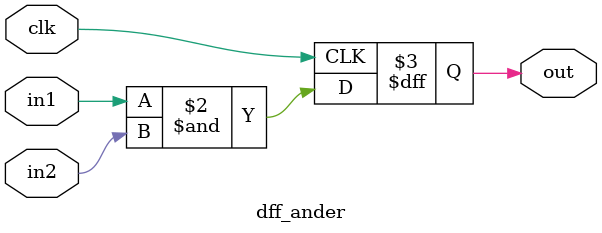
<source format=v>
module dff_ander(
	in1, in2, out, clk
	);



	input wire in1, in2, clk;
	output reg out;


	always @(posedge clk)
	begin
	out = in1 & in2;
	end

endmodule

</source>
